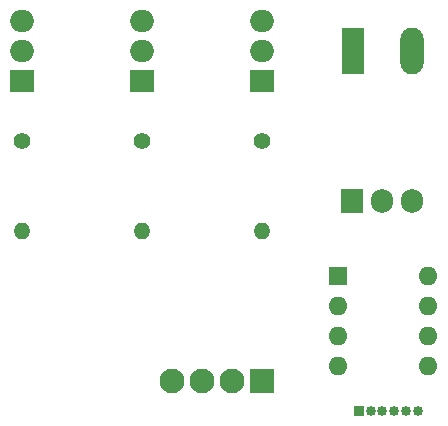
<source format=gbr>
%TF.GenerationSoftware,KiCad,Pcbnew,7.0.8*%
%TF.CreationDate,2023-11-20T18:04:14+01:00*%
%TF.ProjectId,led-controller,6c65642d-636f-46e7-9472-6f6c6c65722e,rev?*%
%TF.SameCoordinates,Original*%
%TF.FileFunction,Soldermask,Top*%
%TF.FilePolarity,Negative*%
%FSLAX46Y46*%
G04 Gerber Fmt 4.6, Leading zero omitted, Abs format (unit mm)*
G04 Created by KiCad (PCBNEW 7.0.8) date 2023-11-20 18:04:14*
%MOMM*%
%LPD*%
G01*
G04 APERTURE LIST*
%ADD10R,0.850000X0.850000*%
%ADD11O,0.850000X0.850000*%
%ADD12R,1.600000X1.600000*%
%ADD13O,1.600000X1.600000*%
%ADD14R,1.905000X2.000000*%
%ADD15O,1.905000X2.000000*%
%ADD16C,1.400000*%
%ADD17O,1.400000X1.400000*%
%ADD18R,2.000000X1.905000*%
%ADD19O,2.000000X1.905000*%
%ADD20R,2.100000X2.100000*%
%ADD21C,2.100000*%
%ADD22R,1.980000X3.960000*%
%ADD23O,1.980000X3.960000*%
G04 APERTURE END LIST*
D10*
%TO.C,J2*%
X104680000Y-119380000D03*
D11*
X105680000Y-119380000D03*
X106680000Y-119380000D03*
X107680000Y-119380000D03*
X108680000Y-119380000D03*
X109680000Y-119380000D03*
%TD*%
D12*
%TO.C,U2*%
X102880000Y-107960000D03*
D13*
X102880000Y-110500000D03*
X102880000Y-113040000D03*
X102880000Y-115580000D03*
X110500000Y-115580000D03*
X110500000Y-113040000D03*
X110500000Y-110500000D03*
X110500000Y-107960000D03*
%TD*%
D14*
%TO.C,U1*%
X104140000Y-101600000D03*
D15*
X106680000Y-101600000D03*
X109220000Y-101600000D03*
%TD*%
D16*
%TO.C,R3*%
X76200000Y-96520000D03*
D17*
X76200000Y-104140000D03*
%TD*%
D16*
%TO.C,R2*%
X86360000Y-96520000D03*
D17*
X86360000Y-104140000D03*
%TD*%
D16*
%TO.C,R1*%
X96520000Y-96520000D03*
D17*
X96520000Y-104140000D03*
%TD*%
D18*
%TO.C,Q3*%
X76200000Y-91440000D03*
D19*
X76200000Y-88900000D03*
X76200000Y-86360000D03*
%TD*%
%TO.C,Q2*%
X96520000Y-86360000D03*
X96520000Y-88900000D03*
D18*
X96520000Y-91440000D03*
%TD*%
D19*
%TO.C,Q1*%
X86360000Y-86360000D03*
X86360000Y-88900000D03*
D18*
X86360000Y-91440000D03*
%TD*%
D20*
%TO.C,J1*%
X96520000Y-116840000D03*
D21*
X93980000Y-116840000D03*
X91440000Y-116840000D03*
X88900000Y-116840000D03*
%TD*%
D22*
%TO.C,BT1*%
X104220000Y-88900000D03*
D23*
X109220000Y-88900000D03*
%TD*%
M02*

</source>
